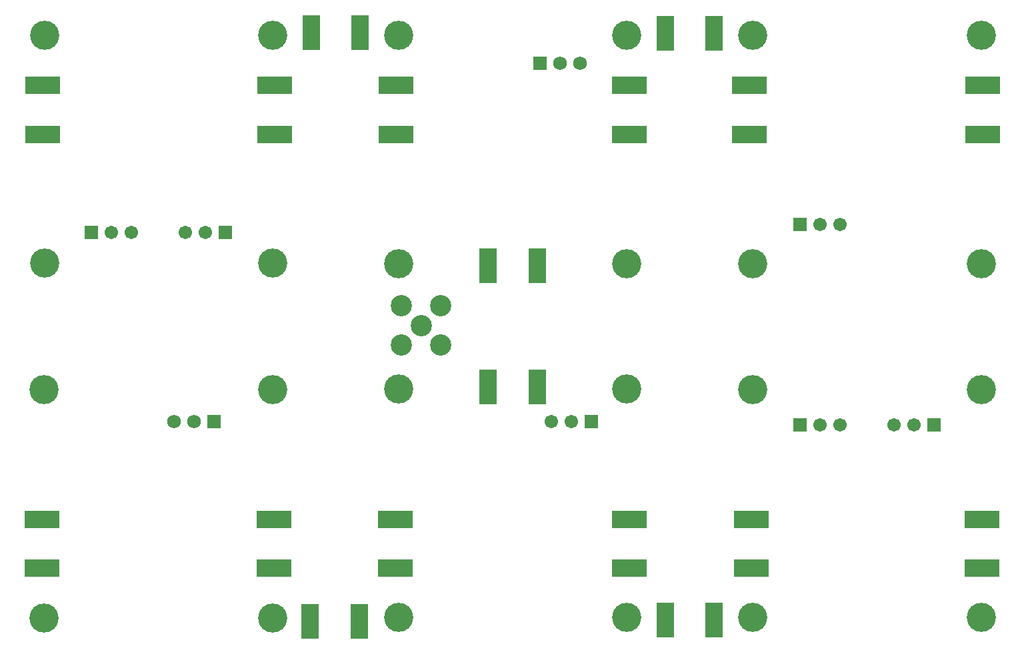
<source format=gbr>
%FSTAX44Y44*%
%MOMM*%
%SFA1B1*%

%IPPOS*%
%ADD103R,4.403191X2.203196*%
%ADD109R,2.203196X4.403191*%
%ADD115C,1.703197*%
%ADD116R,1.703197X1.703197*%
%ADD117R,1.733197X1.733197*%
%ADD118C,1.733197*%
%ADD119C,2.703195*%
%ADD120C,3.703193*%
%LNradar_1ghz_soldermask_bot-1*%
%LPD*%
G54D103*
X00321999Y-00706999D03*
Y-00644999D03*
X00027999Y-00092999D03*
Y-00154999D03*
X00322999D03*
Y-00092999D03*
X00026999Y-00706999D03*
Y-00644999D03*
X00772999Y-00092999D03*
Y-00154999D03*
X01220999Y-00644999D03*
Y-00706999D03*
X00925999Y-00154999D03*
Y-00092999D03*
X00772999Y-00644999D03*
Y-00706999D03*
X00927999D03*
Y-00644999D03*
X01221999Y-00092999D03*
Y-00154999D03*
X00475999Y-00706999D03*
Y-00644999D03*
X00476999Y-00154999D03*
Y-00092999D03*
G54D109*
X00655999Y-00475999D03*
X00593999D03*
X00818999Y-00772999D03*
X00880999D03*
X00367999Y-00773999D03*
X00429999D03*
X00818999Y-00026999D03*
X00880999D03*
X00368999Y-00025999D03*
X00430999D03*
X00655999Y-00321999D03*
X00593999D03*
G54D115*
X01040399Y-00269499D03*
X01014999D03*
X00674599Y-00519999D03*
X00699999D03*
X01134599Y-00524499D03*
X01109199D03*
X010154D03*
X010408D03*
X00234999Y-00279999D03*
X00209599D03*
X00114999D03*
X00140399D03*
G54D116*
X00989599Y-00269499D03*
X00725399Y-00519999D03*
X01159999Y-00524499D03*
X0099D03*
X00260399Y-00279999D03*
X00089599D03*
G54D117*
X00659599Y-00064999D03*
X00245399Y-00519999D03*
G54D118*
X00684999Y-00064999D03*
X00710399D03*
X00194599Y-00519999D03*
X00219999D03*
G54D119*
X00508999Y-00397999D03*
X00483999Y-00372999D03*
Y-00422999D03*
X00533999D03*
Y-00372999D03*
G54D120*
X00319999Y-00769999D03*
X00029999D03*
X00479999Y-00319499D03*
Y-00029499D03*
X00320385Y-00029115D03*
X00030385D03*
X00769999Y-00029499D03*
Y-00319499D03*
X00320385Y-00319115D03*
X00030385D03*
X01219999Y-00319499D03*
X00929999D03*
Y-00029499D03*
X01219999D03*
Y-00769499D03*
X00929999Y-00479499D03*
X01219999D03*
X00929999Y-00769499D03*
X00479999Y-00768999D03*
X00769999D03*
Y-00478999D03*
X00479999D03*
X00029999Y-00479999D03*
X00319999D03*
M02*
</source>
